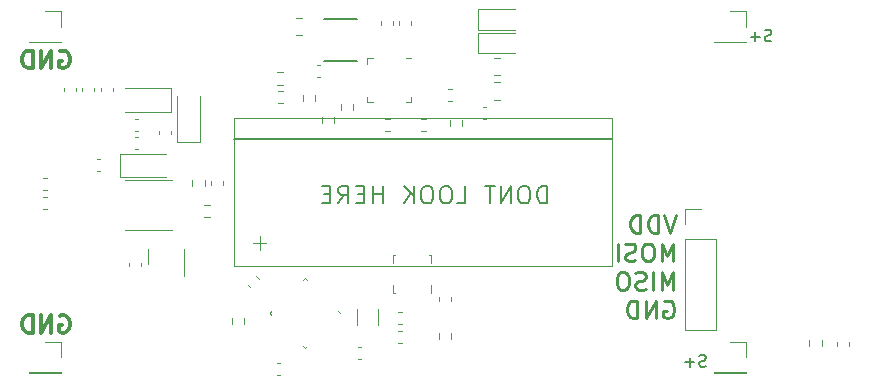
<source format=gbr>
%TF.GenerationSoftware,KiCad,Pcbnew,(6.0.2)*%
%TF.CreationDate,2022-04-09T16:32:05-06:00*%
%TF.ProjectId,SolarGPS,536f6c61-7247-4505-932e-6b696361645f,rev?*%
%TF.SameCoordinates,Original*%
%TF.FileFunction,Legend,Bot*%
%TF.FilePolarity,Positive*%
%FSLAX46Y46*%
G04 Gerber Fmt 4.6, Leading zero omitted, Abs format (unit mm)*
G04 Created by KiCad (PCBNEW (6.0.2)) date 2022-04-09 16:32:05*
%MOMM*%
%LPD*%
G01*
G04 APERTURE LIST*
%ADD10C,0.300000*%
%ADD11C,0.200000*%
%ADD12C,0.250000*%
%ADD13C,0.120000*%
%ADD14C,0.150000*%
G04 APERTURE END LIST*
D10*
X58242857Y-76500000D02*
X58385714Y-76428571D01*
X58600000Y-76428571D01*
X58814285Y-76500000D01*
X58957142Y-76642857D01*
X59028571Y-76785714D01*
X59100000Y-77071428D01*
X59100000Y-77285714D01*
X59028571Y-77571428D01*
X58957142Y-77714285D01*
X58814285Y-77857142D01*
X58600000Y-77928571D01*
X58457142Y-77928571D01*
X58242857Y-77857142D01*
X58171428Y-77785714D01*
X58171428Y-77285714D01*
X58457142Y-77285714D01*
X57528571Y-77928571D02*
X57528571Y-76428571D01*
X56671428Y-77928571D01*
X56671428Y-76428571D01*
X55957142Y-77928571D02*
X55957142Y-76428571D01*
X55600000Y-76428571D01*
X55385714Y-76500000D01*
X55242857Y-76642857D01*
X55171428Y-76785714D01*
X55100000Y-77071428D01*
X55100000Y-77285714D01*
X55171428Y-77571428D01*
X55242857Y-77714285D01*
X55385714Y-77857142D01*
X55600000Y-77928571D01*
X55957142Y-77928571D01*
D11*
X118504761Y-53204761D02*
X118361904Y-53252380D01*
X118123809Y-53252380D01*
X118028571Y-53204761D01*
X117980952Y-53157142D01*
X117933333Y-53061904D01*
X117933333Y-52966666D01*
X117980952Y-52871428D01*
X118028571Y-52823809D01*
X118123809Y-52776190D01*
X118314285Y-52728571D01*
X118409523Y-52680952D01*
X118457142Y-52633333D01*
X118504761Y-52538095D01*
X118504761Y-52442857D01*
X118457142Y-52347619D01*
X118409523Y-52300000D01*
X118314285Y-52252380D01*
X118076190Y-52252380D01*
X117933333Y-52300000D01*
X117504761Y-52871428D02*
X116742857Y-52871428D01*
X117123809Y-53252380D02*
X117123809Y-52490476D01*
X112954761Y-80754761D02*
X112811904Y-80802380D01*
X112573809Y-80802380D01*
X112478571Y-80754761D01*
X112430952Y-80707142D01*
X112383333Y-80611904D01*
X112383333Y-80516666D01*
X112430952Y-80421428D01*
X112478571Y-80373809D01*
X112573809Y-80326190D01*
X112764285Y-80278571D01*
X112859523Y-80230952D01*
X112907142Y-80183333D01*
X112954761Y-80088095D01*
X112954761Y-79992857D01*
X112907142Y-79897619D01*
X112859523Y-79850000D01*
X112764285Y-79802380D01*
X112526190Y-79802380D01*
X112383333Y-79850000D01*
X111954761Y-80421428D02*
X111192857Y-80421428D01*
X111573809Y-80802380D02*
X111573809Y-80040476D01*
D10*
X58242857Y-54100000D02*
X58385714Y-54028571D01*
X58600000Y-54028571D01*
X58814285Y-54100000D01*
X58957142Y-54242857D01*
X59028571Y-54385714D01*
X59100000Y-54671428D01*
X59100000Y-54885714D01*
X59028571Y-55171428D01*
X58957142Y-55314285D01*
X58814285Y-55457142D01*
X58600000Y-55528571D01*
X58457142Y-55528571D01*
X58242857Y-55457142D01*
X58171428Y-55385714D01*
X58171428Y-54885714D01*
X58457142Y-54885714D01*
X57528571Y-55528571D02*
X57528571Y-54028571D01*
X56671428Y-55528571D01*
X56671428Y-54028571D01*
X55957142Y-55528571D02*
X55957142Y-54028571D01*
X55600000Y-54028571D01*
X55385714Y-54100000D01*
X55242857Y-54242857D01*
X55171428Y-54385714D01*
X55100000Y-54671428D01*
X55100000Y-54885714D01*
X55171428Y-55171428D01*
X55242857Y-55314285D01*
X55385714Y-55457142D01*
X55600000Y-55528571D01*
X55957142Y-55528571D01*
D11*
X99521428Y-66978571D02*
X99521428Y-65478571D01*
X99164285Y-65478571D01*
X98950000Y-65550000D01*
X98807142Y-65692857D01*
X98735714Y-65835714D01*
X98664285Y-66121428D01*
X98664285Y-66335714D01*
X98735714Y-66621428D01*
X98807142Y-66764285D01*
X98950000Y-66907142D01*
X99164285Y-66978571D01*
X99521428Y-66978571D01*
X97735714Y-65478571D02*
X97450000Y-65478571D01*
X97307142Y-65550000D01*
X97164285Y-65692857D01*
X97092857Y-65978571D01*
X97092857Y-66478571D01*
X97164285Y-66764285D01*
X97307142Y-66907142D01*
X97450000Y-66978571D01*
X97735714Y-66978571D01*
X97878571Y-66907142D01*
X98021428Y-66764285D01*
X98092857Y-66478571D01*
X98092857Y-65978571D01*
X98021428Y-65692857D01*
X97878571Y-65550000D01*
X97735714Y-65478571D01*
X96450000Y-66978571D02*
X96450000Y-65478571D01*
X95592857Y-66978571D01*
X95592857Y-65478571D01*
X95092857Y-65478571D02*
X94235714Y-65478571D01*
X94664285Y-66978571D02*
X94664285Y-65478571D01*
X91878571Y-66978571D02*
X92592857Y-66978571D01*
X92592857Y-65478571D01*
X91092857Y-65478571D02*
X90807142Y-65478571D01*
X90664285Y-65550000D01*
X90521428Y-65692857D01*
X90450000Y-65978571D01*
X90450000Y-66478571D01*
X90521428Y-66764285D01*
X90664285Y-66907142D01*
X90807142Y-66978571D01*
X91092857Y-66978571D01*
X91235714Y-66907142D01*
X91378571Y-66764285D01*
X91450000Y-66478571D01*
X91450000Y-65978571D01*
X91378571Y-65692857D01*
X91235714Y-65550000D01*
X91092857Y-65478571D01*
X89521428Y-65478571D02*
X89235714Y-65478571D01*
X89092857Y-65550000D01*
X88950000Y-65692857D01*
X88878571Y-65978571D01*
X88878571Y-66478571D01*
X88950000Y-66764285D01*
X89092857Y-66907142D01*
X89235714Y-66978571D01*
X89521428Y-66978571D01*
X89664285Y-66907142D01*
X89807142Y-66764285D01*
X89878571Y-66478571D01*
X89878571Y-65978571D01*
X89807142Y-65692857D01*
X89664285Y-65550000D01*
X89521428Y-65478571D01*
X88235714Y-66978571D02*
X88235714Y-65478571D01*
X87378571Y-66978571D02*
X88021428Y-66121428D01*
X87378571Y-65478571D02*
X88235714Y-66335714D01*
X85592857Y-66978571D02*
X85592857Y-65478571D01*
X85592857Y-66192857D02*
X84735714Y-66192857D01*
X84735714Y-66978571D02*
X84735714Y-65478571D01*
X84021428Y-66192857D02*
X83521428Y-66192857D01*
X83307142Y-66978571D02*
X84021428Y-66978571D01*
X84021428Y-65478571D01*
X83307142Y-65478571D01*
X81807142Y-66978571D02*
X82307142Y-66264285D01*
X82664285Y-66978571D02*
X82664285Y-65478571D01*
X82092857Y-65478571D01*
X81950000Y-65550000D01*
X81878571Y-65621428D01*
X81807142Y-65764285D01*
X81807142Y-65978571D01*
X81878571Y-66121428D01*
X81950000Y-66192857D01*
X82092857Y-66264285D01*
X82664285Y-66264285D01*
X81164285Y-66192857D02*
X80664285Y-66192857D01*
X80450000Y-66978571D02*
X81164285Y-66978571D01*
X81164285Y-65478571D01*
X80450000Y-65478571D01*
D12*
X110419642Y-67956071D02*
X109919642Y-69456071D01*
X109419642Y-67956071D01*
X108919642Y-69456071D02*
X108919642Y-67956071D01*
X108562500Y-67956071D01*
X108348214Y-68027500D01*
X108205357Y-68170357D01*
X108133928Y-68313214D01*
X108062500Y-68598928D01*
X108062500Y-68813214D01*
X108133928Y-69098928D01*
X108205357Y-69241785D01*
X108348214Y-69384642D01*
X108562500Y-69456071D01*
X108919642Y-69456071D01*
X107419642Y-69456071D02*
X107419642Y-67956071D01*
X107062500Y-67956071D01*
X106848214Y-68027500D01*
X106705357Y-68170357D01*
X106633928Y-68313214D01*
X106562500Y-68598928D01*
X106562500Y-68813214D01*
X106633928Y-69098928D01*
X106705357Y-69241785D01*
X106848214Y-69384642D01*
X107062500Y-69456071D01*
X107419642Y-69456071D01*
X110205357Y-71871071D02*
X110205357Y-70371071D01*
X109705357Y-71442500D01*
X109205357Y-70371071D01*
X109205357Y-71871071D01*
X108205357Y-70371071D02*
X107919642Y-70371071D01*
X107776785Y-70442500D01*
X107633928Y-70585357D01*
X107562500Y-70871071D01*
X107562500Y-71371071D01*
X107633928Y-71656785D01*
X107776785Y-71799642D01*
X107919642Y-71871071D01*
X108205357Y-71871071D01*
X108348214Y-71799642D01*
X108491071Y-71656785D01*
X108562500Y-71371071D01*
X108562500Y-70871071D01*
X108491071Y-70585357D01*
X108348214Y-70442500D01*
X108205357Y-70371071D01*
X106991071Y-71799642D02*
X106776785Y-71871071D01*
X106419642Y-71871071D01*
X106276785Y-71799642D01*
X106205357Y-71728214D01*
X106133928Y-71585357D01*
X106133928Y-71442500D01*
X106205357Y-71299642D01*
X106276785Y-71228214D01*
X106419642Y-71156785D01*
X106705357Y-71085357D01*
X106848214Y-71013928D01*
X106919642Y-70942500D01*
X106991071Y-70799642D01*
X106991071Y-70656785D01*
X106919642Y-70513928D01*
X106848214Y-70442500D01*
X106705357Y-70371071D01*
X106348214Y-70371071D01*
X106133928Y-70442500D01*
X105491071Y-71871071D02*
X105491071Y-70371071D01*
X110205357Y-74286071D02*
X110205357Y-72786071D01*
X109705357Y-73857500D01*
X109205357Y-72786071D01*
X109205357Y-74286071D01*
X108491071Y-74286071D02*
X108491071Y-72786071D01*
X107848214Y-74214642D02*
X107633928Y-74286071D01*
X107276785Y-74286071D01*
X107133928Y-74214642D01*
X107062500Y-74143214D01*
X106991071Y-74000357D01*
X106991071Y-73857500D01*
X107062500Y-73714642D01*
X107133928Y-73643214D01*
X107276785Y-73571785D01*
X107562500Y-73500357D01*
X107705357Y-73428928D01*
X107776785Y-73357500D01*
X107848214Y-73214642D01*
X107848214Y-73071785D01*
X107776785Y-72928928D01*
X107705357Y-72857500D01*
X107562500Y-72786071D01*
X107205357Y-72786071D01*
X106991071Y-72857500D01*
X106062500Y-72786071D02*
X105776785Y-72786071D01*
X105633928Y-72857500D01*
X105491071Y-73000357D01*
X105419642Y-73286071D01*
X105419642Y-73786071D01*
X105491071Y-74071785D01*
X105633928Y-74214642D01*
X105776785Y-74286071D01*
X106062500Y-74286071D01*
X106205357Y-74214642D01*
X106348214Y-74071785D01*
X106419642Y-73786071D01*
X106419642Y-73286071D01*
X106348214Y-73000357D01*
X106205357Y-72857500D01*
X106062500Y-72786071D01*
X109419642Y-75272500D02*
X109562500Y-75201071D01*
X109776785Y-75201071D01*
X109991071Y-75272500D01*
X110133928Y-75415357D01*
X110205357Y-75558214D01*
X110276785Y-75843928D01*
X110276785Y-76058214D01*
X110205357Y-76343928D01*
X110133928Y-76486785D01*
X109991071Y-76629642D01*
X109776785Y-76701071D01*
X109633928Y-76701071D01*
X109419642Y-76629642D01*
X109348214Y-76558214D01*
X109348214Y-76058214D01*
X109633928Y-76058214D01*
X108705357Y-76701071D02*
X108705357Y-75201071D01*
X107848214Y-76701071D01*
X107848214Y-75201071D01*
X107133928Y-76701071D02*
X107133928Y-75201071D01*
X106776785Y-75201071D01*
X106562500Y-75272500D01*
X106419642Y-75415357D01*
X106348214Y-75558214D01*
X106276785Y-75843928D01*
X106276785Y-76058214D01*
X106348214Y-76343928D01*
X106419642Y-76486785D01*
X106562500Y-76629642D01*
X106776785Y-76701071D01*
X107133928Y-76701071D01*
D13*
%TO.C,R3*%
X65110000Y-71987221D02*
X65110000Y-72312779D01*
X64090000Y-71987221D02*
X64090000Y-72312779D01*
%TO.C,C5*%
X124040000Y-79012779D02*
X124040000Y-78687221D01*
X125060000Y-79012779D02*
X125060000Y-78687221D01*
%TO.C,C9*%
X57162779Y-67410000D02*
X56837221Y-67410000D01*
X57162779Y-66390000D02*
X56837221Y-66390000D01*
%TO.C,C20*%
X64587221Y-62360000D02*
X64912779Y-62360000D01*
X64587221Y-61340000D02*
X64912779Y-61340000D01*
%TO.C,C25*%
X75110030Y-73338781D02*
X74911219Y-73139970D01*
X74388781Y-74060030D02*
X74189970Y-73861219D01*
%TO.C,C26*%
X90340000Y-75215580D02*
X90340000Y-74934420D01*
X91360000Y-75215580D02*
X91360000Y-74934420D01*
%TO.C,U6*%
X89660000Y-71340000D02*
X89485000Y-71340000D01*
X86440000Y-74560000D02*
X86615000Y-74560000D01*
X89660000Y-73885000D02*
X89660000Y-74560000D01*
X86440000Y-71340000D02*
X86615000Y-71340000D01*
X86440000Y-72015000D02*
X86440000Y-71340000D01*
X86440000Y-73885000D02*
X86440000Y-74560000D01*
X89660000Y-72015000D02*
X89660000Y-71340000D01*
%TO.C,R7*%
X121727500Y-78562742D02*
X121727500Y-79037258D01*
X122772500Y-78562742D02*
X122772500Y-79037258D01*
%TO.C,ROUT2*%
X76662742Y-56922500D02*
X77137258Y-56922500D01*
X76662742Y-55877500D02*
X77137258Y-55877500D01*
%TO.C,C10*%
X86909420Y-77740000D02*
X87190580Y-77740000D01*
X86909420Y-78760000D02*
X87190580Y-78760000D01*
%TO.C,J2*%
X58330000Y-78670000D02*
X57000000Y-78670000D01*
X58330000Y-80000000D02*
X58330000Y-78670000D01*
X55670000Y-81270000D02*
X55670000Y-81330000D01*
X58330000Y-81270000D02*
X55670000Y-81270000D01*
X58330000Y-81330000D02*
X55670000Y-81330000D01*
X58330000Y-81270000D02*
X58330000Y-81330000D01*
%TO.C,U3*%
X88010000Y-58410000D02*
X88010000Y-57935000D01*
X84765000Y-54690000D02*
X84290000Y-54690000D01*
X84290000Y-54690000D02*
X84290000Y-55165000D01*
X84290000Y-58410000D02*
X84290000Y-57935000D01*
X87535000Y-54690000D02*
X88010000Y-54690000D01*
X87535000Y-58410000D02*
X88010000Y-58410000D01*
X84765000Y-58410000D02*
X84290000Y-58410000D01*
%TO.C,C27*%
X86990000Y-51559420D02*
X86990000Y-51840580D01*
X88010000Y-51559420D02*
X88010000Y-51840580D01*
%TO.C,ROK1*%
X80427500Y-59662742D02*
X80427500Y-60137258D01*
X81472500Y-59662742D02*
X81472500Y-60137258D01*
%TO.C,C14*%
X94340580Y-58840000D02*
X94059420Y-58840000D01*
X94340580Y-59860000D02*
X94059420Y-59860000D01*
%TO.C,C21*%
X62760000Y-57209420D02*
X62760000Y-57490580D01*
X61740000Y-57209420D02*
X61740000Y-57490580D01*
%TO.C,R12*%
X70487742Y-67077500D02*
X70962258Y-67077500D01*
X70487742Y-68122500D02*
X70962258Y-68122500D01*
%TO.C,ROV1*%
X86237258Y-59827500D02*
X85762742Y-59827500D01*
X86237258Y-60872500D02*
X85762742Y-60872500D01*
%TO.C,J3*%
X58330000Y-53270000D02*
X58330000Y-53330000D01*
X58330000Y-50670000D02*
X57000000Y-50670000D01*
X58330000Y-53270000D02*
X55670000Y-53270000D01*
X58330000Y-52000000D02*
X58330000Y-50670000D01*
X58330000Y-53330000D02*
X55670000Y-53330000D01*
X55670000Y-53270000D02*
X55670000Y-53330000D01*
%TO.C,C12*%
X95561252Y-56135000D02*
X95038748Y-56135000D01*
X95561252Y-54665000D02*
X95038748Y-54665000D01*
%TO.C,C13*%
X72060000Y-65109420D02*
X72060000Y-65390580D01*
X71040000Y-65109420D02*
X71040000Y-65390580D01*
%TO.C,C17*%
X91440580Y-58310000D02*
X91159420Y-58310000D01*
X91440580Y-57290000D02*
X91159420Y-57290000D01*
%TO.C,C3*%
X64609420Y-59790000D02*
X64890580Y-59790000D01*
X64609420Y-60810000D02*
X64890580Y-60810000D01*
%TO.C,C22*%
X66690000Y-61090580D02*
X66690000Y-60809420D01*
X67710000Y-61090580D02*
X67710000Y-60809420D01*
%TO.C,C19*%
X78238748Y-52735000D02*
X78761252Y-52735000D01*
X78238748Y-51265000D02*
X78761252Y-51265000D01*
%TO.C,D1*%
X93650000Y-54250000D02*
X93650000Y-52550000D01*
X93650000Y-54250000D02*
X96800000Y-54250000D01*
X93650000Y-52550000D02*
X96800000Y-52550000D01*
%TO.C,C8*%
X73000000Y-72250000D02*
X73000000Y-59750000D01*
X75700000Y-70350000D02*
X74600000Y-70350000D01*
X75200000Y-70950000D02*
X75200000Y-69750000D01*
X105000000Y-59750000D02*
X105000000Y-72250000D01*
X73000000Y-59750000D02*
X105000000Y-59750000D01*
X105000000Y-72250000D02*
X73000000Y-72250000D01*
D11*
X105000000Y-61500000D02*
X73000000Y-61500000D01*
D13*
%TO.C,U1*%
X79000000Y-79233991D02*
X79159099Y-79074892D01*
X79159099Y-73425108D02*
X79000000Y-73266009D01*
X81824892Y-76090901D02*
X81983991Y-76250000D01*
X79000000Y-73266009D02*
X78840901Y-73425108D01*
X76016009Y-76250000D02*
X76175108Y-76090901D01*
X76175108Y-76409099D02*
X76016009Y-76250000D01*
X78840901Y-79074892D02*
X79000000Y-79233991D01*
%TO.C,C2*%
X60140000Y-57490580D02*
X60140000Y-57209420D01*
X61160000Y-57490580D02*
X61160000Y-57209420D01*
%TO.C,R4*%
X91277500Y-60387258D02*
X91277500Y-59912742D01*
X92322500Y-60387258D02*
X92322500Y-59912742D01*
%TO.C,D5*%
X67700000Y-57200000D02*
X67700000Y-59200000D01*
X67700000Y-57200000D02*
X63800000Y-57200000D01*
X67700000Y-59200000D02*
X63800000Y-59200000D01*
%TO.C,ROV2*%
X89287258Y-59827500D02*
X88812742Y-59827500D01*
X89287258Y-60872500D02*
X88812742Y-60872500D01*
%TO.C,ROK3*%
X76712742Y-58472500D02*
X77187258Y-58472500D01*
X76712742Y-57427500D02*
X77187258Y-57427500D01*
%TO.C,C16*%
X61409420Y-63240000D02*
X61690580Y-63240000D01*
X61409420Y-64260000D02*
X61690580Y-64260000D01*
%TO.C,D3*%
X93650000Y-50550000D02*
X96800000Y-50550000D01*
X93650000Y-52250000D02*
X96800000Y-52250000D01*
X93650000Y-52250000D02*
X93650000Y-50550000D01*
%TO.C,D4*%
X63350000Y-62750000D02*
X67250000Y-62750000D01*
X63350000Y-64750000D02*
X67250000Y-64750000D01*
X63350000Y-64750000D02*
X63350000Y-62750000D01*
%TO.C,C18*%
X76659420Y-81510000D02*
X76940580Y-81510000D01*
X76659420Y-80490000D02*
X76940580Y-80490000D01*
%TO.C,C6*%
X58590000Y-57490580D02*
X58590000Y-57209420D01*
X59610000Y-57490580D02*
X59610000Y-57209420D01*
%TO.C,C23*%
X80009420Y-56310000D02*
X80290580Y-56310000D01*
X80009420Y-55290000D02*
X80290580Y-55290000D01*
%TO.C,C11*%
X83509420Y-79090000D02*
X83790580Y-79090000D01*
X83509420Y-80110000D02*
X83790580Y-80110000D01*
%TO.C,ROK2*%
X82027500Y-58562742D02*
X82027500Y-59037258D01*
X83072500Y-58562742D02*
X83072500Y-59037258D01*
%TO.C,J6*%
X116330000Y-53270000D02*
X116330000Y-53330000D01*
X116330000Y-53330000D02*
X113670000Y-53330000D01*
X116330000Y-50670000D02*
X115000000Y-50670000D01*
X116330000Y-52000000D02*
X116330000Y-50670000D01*
X116330000Y-53270000D02*
X113670000Y-53270000D01*
X113670000Y-53270000D02*
X113670000Y-53330000D01*
%TO.C,R2*%
X73872500Y-76712742D02*
X73872500Y-77187258D01*
X72827500Y-76712742D02*
X72827500Y-77187258D01*
%TO.C,C4*%
X86909420Y-76190000D02*
X87190580Y-76190000D01*
X86909420Y-77210000D02*
X87190580Y-77210000D01*
%TO.C,R13*%
X69477500Y-65012742D02*
X69477500Y-65487258D01*
X70522500Y-65012742D02*
X70522500Y-65487258D01*
%TO.C,J5*%
X113670000Y-81270000D02*
X113670000Y-81330000D01*
X116330000Y-80000000D02*
X116330000Y-78670000D01*
X116330000Y-81270000D02*
X113670000Y-81270000D01*
X116330000Y-81330000D02*
X113670000Y-81330000D01*
X116330000Y-81270000D02*
X116330000Y-81330000D01*
X116330000Y-78670000D02*
X115000000Y-78670000D01*
%TO.C,J8*%
X113855000Y-77700000D02*
X111195000Y-77700000D01*
X113855000Y-70020000D02*
X113855000Y-77700000D01*
X112525000Y-67420000D02*
X111195000Y-67420000D01*
X111195000Y-70020000D02*
X111195000Y-77700000D01*
X111195000Y-67420000D02*
X111195000Y-68750000D01*
X113855000Y-70020000D02*
X111195000Y-70020000D01*
%TO.C,C24*%
X95561252Y-56715000D02*
X95038748Y-56715000D01*
X95561252Y-58185000D02*
X95038748Y-58185000D01*
%TO.C,R1*%
X91372500Y-77962742D02*
X91372500Y-78437258D01*
X90327500Y-77962742D02*
X90327500Y-78437258D01*
%TO.C,D6*%
X68150000Y-61800000D02*
X68150000Y-57900000D01*
X70150000Y-61800000D02*
X68150000Y-61800000D01*
X70150000Y-61800000D02*
X70150000Y-57900000D01*
%TO.C,L1*%
X63800000Y-65000000D02*
X67800000Y-65000000D01*
X63800000Y-69200000D02*
X67800000Y-69200000D01*
%TO.C,Q1*%
X65690000Y-71450000D02*
X65690000Y-70800000D01*
X68810000Y-71450000D02*
X68810000Y-70800000D01*
X68810000Y-71450000D02*
X68810000Y-73125000D01*
X65690000Y-71450000D02*
X65690000Y-72100000D01*
%TO.C,C7*%
X85440000Y-51559420D02*
X85440000Y-51840580D01*
X86460000Y-51559420D02*
X86460000Y-51840580D01*
D14*
%TO.C,L3*%
X83450000Y-54950000D02*
X80650000Y-54950000D01*
X83450000Y-51350000D02*
X80650000Y-51350000D01*
D13*
%TO.C,Y1*%
X83425000Y-75925000D02*
X83425000Y-77275000D01*
X85175000Y-75925000D02*
X85175000Y-77275000D01*
%TO.C,ROUT1*%
X78827500Y-57812742D02*
X78827500Y-58287258D01*
X79872500Y-57812742D02*
X79872500Y-58287258D01*
%TO.C,C15*%
X56859420Y-65860000D02*
X57140580Y-65860000D01*
X56859420Y-64840000D02*
X57140580Y-64840000D01*
%TD*%
M02*

</source>
